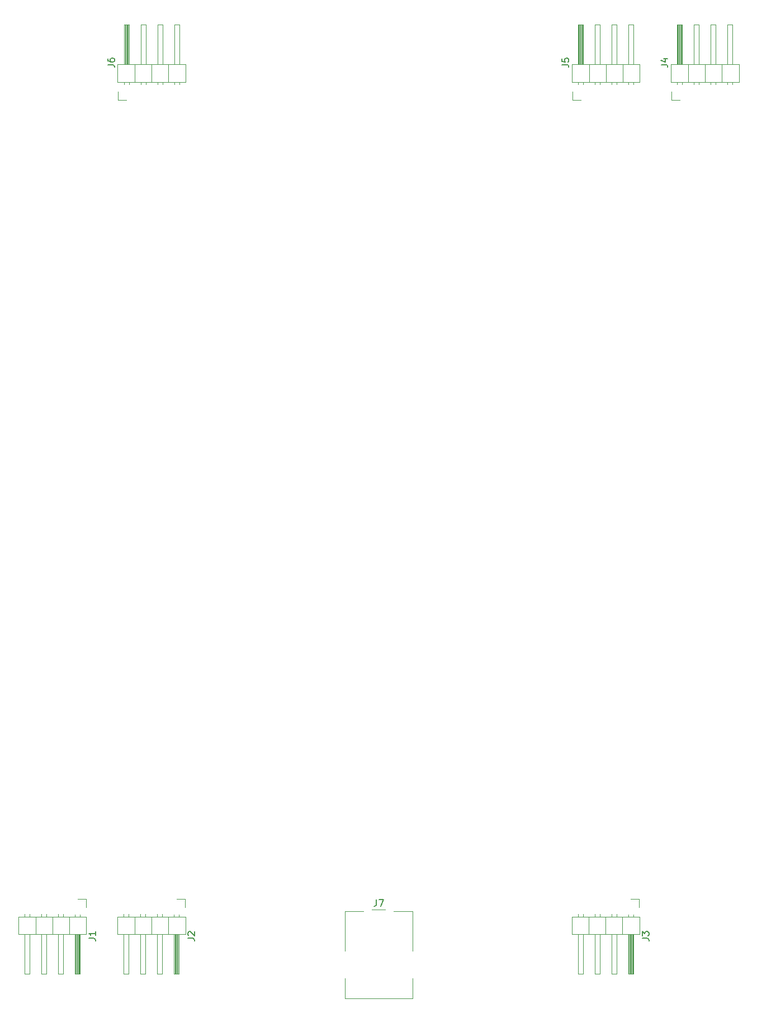
<source format=gto>
%TF.GenerationSoftware,KiCad,Pcbnew,8.0.1*%
%TF.CreationDate,2024-03-21T17:04:44-07:00*%
%TF.ProjectId,fan-controller,66616e2d-636f-46e7-9472-6f6c6c65722e,rev?*%
%TF.SameCoordinates,Original*%
%TF.FileFunction,Legend,Top*%
%TF.FilePolarity,Positive*%
%FSLAX46Y46*%
G04 Gerber Fmt 4.6, Leading zero omitted, Abs format (unit mm)*
G04 Created by KiCad (PCBNEW 8.0.1) date 2024-03-21 17:04:44*
%MOMM*%
%LPD*%
G01*
G04 APERTURE LIST*
%ADD10C,0.150000*%
%ADD11C,0.120000*%
%ADD12R,1.700000X1.700000*%
%ADD13O,1.700000X1.700000*%
%ADD14C,6.400000*%
%ADD15O,2.000000X3.500000*%
%ADD16O,3.300000X2.000000*%
%ADD17R,4.000000X2.000000*%
%ADD18C,1.600000*%
G04 APERTURE END LIST*
D10*
X227784819Y-84148333D02*
X228499104Y-84148333D01*
X228499104Y-84148333D02*
X228641961Y-84195952D01*
X228641961Y-84195952D02*
X228737200Y-84291190D01*
X228737200Y-84291190D02*
X228784819Y-84434047D01*
X228784819Y-84434047D02*
X228784819Y-84529285D01*
X227784819Y-83195952D02*
X227784819Y-83672142D01*
X227784819Y-83672142D02*
X228261009Y-83719761D01*
X228261009Y-83719761D02*
X228213390Y-83672142D01*
X228213390Y-83672142D02*
X228165771Y-83576904D01*
X228165771Y-83576904D02*
X228165771Y-83338809D01*
X228165771Y-83338809D02*
X228213390Y-83243571D01*
X228213390Y-83243571D02*
X228261009Y-83195952D01*
X228261009Y-83195952D02*
X228356247Y-83148333D01*
X228356247Y-83148333D02*
X228594342Y-83148333D01*
X228594342Y-83148333D02*
X228689580Y-83195952D01*
X228689580Y-83195952D02*
X228737200Y-83243571D01*
X228737200Y-83243571D02*
X228784819Y-83338809D01*
X228784819Y-83338809D02*
X228784819Y-83576904D01*
X228784819Y-83576904D02*
X228737200Y-83672142D01*
X228737200Y-83672142D02*
X228689580Y-83719761D01*
X158984819Y-84148333D02*
X159699104Y-84148333D01*
X159699104Y-84148333D02*
X159841961Y-84195952D01*
X159841961Y-84195952D02*
X159937200Y-84291190D01*
X159937200Y-84291190D02*
X159984819Y-84434047D01*
X159984819Y-84434047D02*
X159984819Y-84529285D01*
X158984819Y-83243571D02*
X158984819Y-83434047D01*
X158984819Y-83434047D02*
X159032438Y-83529285D01*
X159032438Y-83529285D02*
X159080057Y-83576904D01*
X159080057Y-83576904D02*
X159222914Y-83672142D01*
X159222914Y-83672142D02*
X159413390Y-83719761D01*
X159413390Y-83719761D02*
X159794342Y-83719761D01*
X159794342Y-83719761D02*
X159889580Y-83672142D01*
X159889580Y-83672142D02*
X159937200Y-83624523D01*
X159937200Y-83624523D02*
X159984819Y-83529285D01*
X159984819Y-83529285D02*
X159984819Y-83338809D01*
X159984819Y-83338809D02*
X159937200Y-83243571D01*
X159937200Y-83243571D02*
X159889580Y-83195952D01*
X159889580Y-83195952D02*
X159794342Y-83148333D01*
X159794342Y-83148333D02*
X159556247Y-83148333D01*
X159556247Y-83148333D02*
X159461009Y-83195952D01*
X159461009Y-83195952D02*
X159413390Y-83243571D01*
X159413390Y-83243571D02*
X159365771Y-83338809D01*
X159365771Y-83338809D02*
X159365771Y-83529285D01*
X159365771Y-83529285D02*
X159413390Y-83624523D01*
X159413390Y-83624523D02*
X159461009Y-83672142D01*
X159461009Y-83672142D02*
X159556247Y-83719761D01*
X199666666Y-210654819D02*
X199666666Y-211369104D01*
X199666666Y-211369104D02*
X199619047Y-211511961D01*
X199619047Y-211511961D02*
X199523809Y-211607200D01*
X199523809Y-211607200D02*
X199380952Y-211654819D01*
X199380952Y-211654819D02*
X199285714Y-211654819D01*
X200047619Y-210654819D02*
X200714285Y-210654819D01*
X200714285Y-210654819D02*
X200285714Y-211654819D01*
X242784819Y-84148333D02*
X243499104Y-84148333D01*
X243499104Y-84148333D02*
X243641961Y-84195952D01*
X243641961Y-84195952D02*
X243737200Y-84291190D01*
X243737200Y-84291190D02*
X243784819Y-84434047D01*
X243784819Y-84434047D02*
X243784819Y-84529285D01*
X243118152Y-83243571D02*
X243784819Y-83243571D01*
X242737200Y-83481666D02*
X243451485Y-83719761D01*
X243451485Y-83719761D02*
X243451485Y-83100714D01*
X156124819Y-216518333D02*
X156839104Y-216518333D01*
X156839104Y-216518333D02*
X156981961Y-216565952D01*
X156981961Y-216565952D02*
X157077200Y-216661190D01*
X157077200Y-216661190D02*
X157124819Y-216804047D01*
X157124819Y-216804047D02*
X157124819Y-216899285D01*
X157124819Y-215518333D02*
X157124819Y-216089761D01*
X157124819Y-215804047D02*
X156124819Y-215804047D01*
X156124819Y-215804047D02*
X156267676Y-215899285D01*
X156267676Y-215899285D02*
X156362914Y-215994523D01*
X156362914Y-215994523D02*
X156410533Y-216089761D01*
X239924819Y-216518333D02*
X240639104Y-216518333D01*
X240639104Y-216518333D02*
X240781961Y-216565952D01*
X240781961Y-216565952D02*
X240877200Y-216661190D01*
X240877200Y-216661190D02*
X240924819Y-216804047D01*
X240924819Y-216804047D02*
X240924819Y-216899285D01*
X239924819Y-216137380D02*
X239924819Y-215518333D01*
X239924819Y-215518333D02*
X240305771Y-215851666D01*
X240305771Y-215851666D02*
X240305771Y-215708809D01*
X240305771Y-215708809D02*
X240353390Y-215613571D01*
X240353390Y-215613571D02*
X240401009Y-215565952D01*
X240401009Y-215565952D02*
X240496247Y-215518333D01*
X240496247Y-215518333D02*
X240734342Y-215518333D01*
X240734342Y-215518333D02*
X240829580Y-215565952D01*
X240829580Y-215565952D02*
X240877200Y-215613571D01*
X240877200Y-215613571D02*
X240924819Y-215708809D01*
X240924819Y-215708809D02*
X240924819Y-215994523D01*
X240924819Y-215994523D02*
X240877200Y-216089761D01*
X240877200Y-216089761D02*
X240829580Y-216137380D01*
X171124819Y-216518333D02*
X171839104Y-216518333D01*
X171839104Y-216518333D02*
X171981961Y-216565952D01*
X171981961Y-216565952D02*
X172077200Y-216661190D01*
X172077200Y-216661190D02*
X172124819Y-216804047D01*
X172124819Y-216804047D02*
X172124819Y-216899285D01*
X171220057Y-216089761D02*
X171172438Y-216042142D01*
X171172438Y-216042142D02*
X171124819Y-215946904D01*
X171124819Y-215946904D02*
X171124819Y-215708809D01*
X171124819Y-215708809D02*
X171172438Y-215613571D01*
X171172438Y-215613571D02*
X171220057Y-215565952D01*
X171220057Y-215565952D02*
X171315295Y-215518333D01*
X171315295Y-215518333D02*
X171410533Y-215518333D01*
X171410533Y-215518333D02*
X171553390Y-215565952D01*
X171553390Y-215565952D02*
X172124819Y-216137380D01*
X172124819Y-216137380D02*
X172124819Y-215518333D01*
D11*
%TO.C,J5*%
X229270000Y-84100000D02*
X229270000Y-86760000D01*
X229270000Y-86760000D02*
X239550000Y-86760000D01*
X229330000Y-89470000D02*
X229330000Y-88200000D01*
X230220000Y-78100000D02*
X230980000Y-78100000D01*
X230220000Y-84100000D02*
X230220000Y-78100000D01*
X230220000Y-87090000D02*
X230220000Y-86760000D01*
X230280000Y-84100000D02*
X230280000Y-78100000D01*
X230400000Y-84100000D02*
X230400000Y-78100000D01*
X230520000Y-84100000D02*
X230520000Y-78100000D01*
X230600000Y-89470000D02*
X229330000Y-89470000D01*
X230640000Y-84100000D02*
X230640000Y-78100000D01*
X230760000Y-84100000D02*
X230760000Y-78100000D01*
X230880000Y-84100000D02*
X230880000Y-78100000D01*
X230980000Y-78100000D02*
X230980000Y-84100000D01*
X230980000Y-87090000D02*
X230980000Y-86760000D01*
X231870000Y-86760000D02*
X231870000Y-84100000D01*
X232760000Y-78100000D02*
X233520000Y-78100000D01*
X232760000Y-84100000D02*
X232760000Y-78100000D01*
X232760000Y-87157071D02*
X232760000Y-86760000D01*
X233520000Y-78100000D02*
X233520000Y-84100000D01*
X233520000Y-87157071D02*
X233520000Y-86760000D01*
X234410000Y-86760000D02*
X234410000Y-84100000D01*
X235300000Y-78100000D02*
X236060000Y-78100000D01*
X235300000Y-84100000D02*
X235300000Y-78100000D01*
X235300000Y-87157071D02*
X235300000Y-86760000D01*
X236060000Y-78100000D02*
X236060000Y-84100000D01*
X236060000Y-87157071D02*
X236060000Y-86760000D01*
X236950000Y-86760000D02*
X236950000Y-84100000D01*
X237840000Y-78100000D02*
X238600000Y-78100000D01*
X237840000Y-84100000D02*
X237840000Y-78100000D01*
X237840000Y-87157071D02*
X237840000Y-86760000D01*
X238600000Y-78100000D02*
X238600000Y-84100000D01*
X238600000Y-87157071D02*
X238600000Y-86760000D01*
X239550000Y-84100000D02*
X229270000Y-84100000D01*
X239550000Y-86760000D02*
X239550000Y-84100000D01*
%TO.C,J6*%
X160470000Y-84100000D02*
X160470000Y-86760000D01*
X160470000Y-86760000D02*
X170750000Y-86760000D01*
X160530000Y-89470000D02*
X160530000Y-88200000D01*
X161420000Y-78100000D02*
X162180000Y-78100000D01*
X161420000Y-84100000D02*
X161420000Y-78100000D01*
X161420000Y-87090000D02*
X161420000Y-86760000D01*
X161480000Y-84100000D02*
X161480000Y-78100000D01*
X161600000Y-84100000D02*
X161600000Y-78100000D01*
X161720000Y-84100000D02*
X161720000Y-78100000D01*
X161800000Y-89470000D02*
X160530000Y-89470000D01*
X161840000Y-84100000D02*
X161840000Y-78100000D01*
X161960000Y-84100000D02*
X161960000Y-78100000D01*
X162080000Y-84100000D02*
X162080000Y-78100000D01*
X162180000Y-78100000D02*
X162180000Y-84100000D01*
X162180000Y-87090000D02*
X162180000Y-86760000D01*
X163070000Y-86760000D02*
X163070000Y-84100000D01*
X163960000Y-78100000D02*
X164720000Y-78100000D01*
X163960000Y-84100000D02*
X163960000Y-78100000D01*
X163960000Y-87157071D02*
X163960000Y-86760000D01*
X164720000Y-78100000D02*
X164720000Y-84100000D01*
X164720000Y-87157071D02*
X164720000Y-86760000D01*
X165610000Y-86760000D02*
X165610000Y-84100000D01*
X166500000Y-78100000D02*
X167260000Y-78100000D01*
X166500000Y-84100000D02*
X166500000Y-78100000D01*
X166500000Y-87157071D02*
X166500000Y-86760000D01*
X167260000Y-78100000D02*
X167260000Y-84100000D01*
X167260000Y-87157071D02*
X167260000Y-86760000D01*
X168150000Y-86760000D02*
X168150000Y-84100000D01*
X169040000Y-78100000D02*
X169800000Y-78100000D01*
X169040000Y-84100000D02*
X169040000Y-78100000D01*
X169040000Y-87157071D02*
X169040000Y-86760000D01*
X169800000Y-78100000D02*
X169800000Y-84100000D01*
X169800000Y-87157071D02*
X169800000Y-86760000D01*
X170750000Y-84100000D02*
X160470000Y-84100000D01*
X170750000Y-86760000D02*
X170750000Y-84100000D01*
%TO.C,J7*%
X205110000Y-225610000D02*
X194890000Y-225610000D01*
X205110000Y-222550000D02*
X205110000Y-225610000D01*
X205110000Y-212390000D02*
X205110000Y-218450000D01*
X202300000Y-212390000D02*
X205110000Y-212390000D01*
X199000000Y-212200000D02*
X201000000Y-212200000D01*
X194890000Y-225610000D02*
X194890000Y-222550000D01*
X194890000Y-218450000D02*
X194890000Y-212390000D01*
X194890000Y-212390000D02*
X197700000Y-212390000D01*
%TO.C,J4*%
X244270000Y-84100000D02*
X244270000Y-86760000D01*
X244270000Y-86760000D02*
X254550000Y-86760000D01*
X244330000Y-89470000D02*
X244330000Y-88200000D01*
X245220000Y-78100000D02*
X245980000Y-78100000D01*
X245220000Y-84100000D02*
X245220000Y-78100000D01*
X245220000Y-87090000D02*
X245220000Y-86760000D01*
X245280000Y-84100000D02*
X245280000Y-78100000D01*
X245400000Y-84100000D02*
X245400000Y-78100000D01*
X245520000Y-84100000D02*
X245520000Y-78100000D01*
X245600000Y-89470000D02*
X244330000Y-89470000D01*
X245640000Y-84100000D02*
X245640000Y-78100000D01*
X245760000Y-84100000D02*
X245760000Y-78100000D01*
X245880000Y-84100000D02*
X245880000Y-78100000D01*
X245980000Y-78100000D02*
X245980000Y-84100000D01*
X245980000Y-87090000D02*
X245980000Y-86760000D01*
X246870000Y-86760000D02*
X246870000Y-84100000D01*
X247760000Y-78100000D02*
X248520000Y-78100000D01*
X247760000Y-84100000D02*
X247760000Y-78100000D01*
X247760000Y-87157071D02*
X247760000Y-86760000D01*
X248520000Y-78100000D02*
X248520000Y-84100000D01*
X248520000Y-87157071D02*
X248520000Y-86760000D01*
X249410000Y-86760000D02*
X249410000Y-84100000D01*
X250300000Y-78100000D02*
X251060000Y-78100000D01*
X250300000Y-84100000D02*
X250300000Y-78100000D01*
X250300000Y-87157071D02*
X250300000Y-86760000D01*
X251060000Y-78100000D02*
X251060000Y-84100000D01*
X251060000Y-87157071D02*
X251060000Y-86760000D01*
X251950000Y-86760000D02*
X251950000Y-84100000D01*
X252840000Y-78100000D02*
X253600000Y-78100000D01*
X252840000Y-84100000D02*
X252840000Y-78100000D01*
X252840000Y-87157071D02*
X252840000Y-86760000D01*
X253600000Y-78100000D02*
X253600000Y-84100000D01*
X253600000Y-87157071D02*
X253600000Y-86760000D01*
X254550000Y-84100000D02*
X244270000Y-84100000D01*
X254550000Y-86760000D02*
X254550000Y-84100000D01*
%TO.C,J1*%
X145450000Y-213240000D02*
X145450000Y-215900000D01*
X145450000Y-215900000D02*
X155730000Y-215900000D01*
X146400000Y-212842929D02*
X146400000Y-213240000D01*
X146400000Y-221900000D02*
X146400000Y-215900000D01*
X147160000Y-212842929D02*
X147160000Y-213240000D01*
X147160000Y-215900000D02*
X147160000Y-221900000D01*
X147160000Y-221900000D02*
X146400000Y-221900000D01*
X148050000Y-213240000D02*
X148050000Y-215900000D01*
X148940000Y-212842929D02*
X148940000Y-213240000D01*
X148940000Y-221900000D02*
X148940000Y-215900000D01*
X149700000Y-212842929D02*
X149700000Y-213240000D01*
X149700000Y-215900000D02*
X149700000Y-221900000D01*
X149700000Y-221900000D02*
X148940000Y-221900000D01*
X150590000Y-213240000D02*
X150590000Y-215900000D01*
X151480000Y-212842929D02*
X151480000Y-213240000D01*
X151480000Y-221900000D02*
X151480000Y-215900000D01*
X152240000Y-212842929D02*
X152240000Y-213240000D01*
X152240000Y-215900000D02*
X152240000Y-221900000D01*
X152240000Y-221900000D02*
X151480000Y-221900000D01*
X153130000Y-213240000D02*
X153130000Y-215900000D01*
X154020000Y-212910000D02*
X154020000Y-213240000D01*
X154020000Y-221900000D02*
X154020000Y-215900000D01*
X154120000Y-215900000D02*
X154120000Y-221900000D01*
X154240000Y-215900000D02*
X154240000Y-221900000D01*
X154360000Y-215900000D02*
X154360000Y-221900000D01*
X154400000Y-210530000D02*
X155670000Y-210530000D01*
X154480000Y-215900000D02*
X154480000Y-221900000D01*
X154600000Y-215900000D02*
X154600000Y-221900000D01*
X154720000Y-215900000D02*
X154720000Y-221900000D01*
X154780000Y-212910000D02*
X154780000Y-213240000D01*
X154780000Y-215900000D02*
X154780000Y-221900000D01*
X154780000Y-221900000D02*
X154020000Y-221900000D01*
X155670000Y-210530000D02*
X155670000Y-211800000D01*
X155730000Y-213240000D02*
X145450000Y-213240000D01*
X155730000Y-215900000D02*
X155730000Y-213240000D01*
%TO.C,J3*%
X229250000Y-213240000D02*
X229250000Y-215900000D01*
X229250000Y-215900000D02*
X239530000Y-215900000D01*
X230200000Y-212842929D02*
X230200000Y-213240000D01*
X230200000Y-221900000D02*
X230200000Y-215900000D01*
X230960000Y-212842929D02*
X230960000Y-213240000D01*
X230960000Y-215900000D02*
X230960000Y-221900000D01*
X230960000Y-221900000D02*
X230200000Y-221900000D01*
X231850000Y-213240000D02*
X231850000Y-215900000D01*
X232740000Y-212842929D02*
X232740000Y-213240000D01*
X232740000Y-221900000D02*
X232740000Y-215900000D01*
X233500000Y-212842929D02*
X233500000Y-213240000D01*
X233500000Y-215900000D02*
X233500000Y-221900000D01*
X233500000Y-221900000D02*
X232740000Y-221900000D01*
X234390000Y-213240000D02*
X234390000Y-215900000D01*
X235280000Y-212842929D02*
X235280000Y-213240000D01*
X235280000Y-221900000D02*
X235280000Y-215900000D01*
X236040000Y-212842929D02*
X236040000Y-213240000D01*
X236040000Y-215900000D02*
X236040000Y-221900000D01*
X236040000Y-221900000D02*
X235280000Y-221900000D01*
X236930000Y-213240000D02*
X236930000Y-215900000D01*
X237820000Y-212910000D02*
X237820000Y-213240000D01*
X237820000Y-221900000D02*
X237820000Y-215900000D01*
X237920000Y-215900000D02*
X237920000Y-221900000D01*
X238040000Y-215900000D02*
X238040000Y-221900000D01*
X238160000Y-215900000D02*
X238160000Y-221900000D01*
X238200000Y-210530000D02*
X239470000Y-210530000D01*
X238280000Y-215900000D02*
X238280000Y-221900000D01*
X238400000Y-215900000D02*
X238400000Y-221900000D01*
X238520000Y-215900000D02*
X238520000Y-221900000D01*
X238580000Y-212910000D02*
X238580000Y-213240000D01*
X238580000Y-215900000D02*
X238580000Y-221900000D01*
X238580000Y-221900000D02*
X237820000Y-221900000D01*
X239470000Y-210530000D02*
X239470000Y-211800000D01*
X239530000Y-213240000D02*
X229250000Y-213240000D01*
X239530000Y-215900000D02*
X239530000Y-213240000D01*
%TO.C,J2*%
X160450000Y-213240000D02*
X160450000Y-215900000D01*
X160450000Y-215900000D02*
X170730000Y-215900000D01*
X161400000Y-212842929D02*
X161400000Y-213240000D01*
X161400000Y-221900000D02*
X161400000Y-215900000D01*
X162160000Y-212842929D02*
X162160000Y-213240000D01*
X162160000Y-215900000D02*
X162160000Y-221900000D01*
X162160000Y-221900000D02*
X161400000Y-221900000D01*
X163050000Y-213240000D02*
X163050000Y-215900000D01*
X163940000Y-212842929D02*
X163940000Y-213240000D01*
X163940000Y-221900000D02*
X163940000Y-215900000D01*
X164700000Y-212842929D02*
X164700000Y-213240000D01*
X164700000Y-215900000D02*
X164700000Y-221900000D01*
X164700000Y-221900000D02*
X163940000Y-221900000D01*
X165590000Y-213240000D02*
X165590000Y-215900000D01*
X166480000Y-212842929D02*
X166480000Y-213240000D01*
X166480000Y-221900000D02*
X166480000Y-215900000D01*
X167240000Y-212842929D02*
X167240000Y-213240000D01*
X167240000Y-215900000D02*
X167240000Y-221900000D01*
X167240000Y-221900000D02*
X166480000Y-221900000D01*
X168130000Y-213240000D02*
X168130000Y-215900000D01*
X169020000Y-212910000D02*
X169020000Y-213240000D01*
X169020000Y-221900000D02*
X169020000Y-215900000D01*
X169120000Y-215900000D02*
X169120000Y-221900000D01*
X169240000Y-215900000D02*
X169240000Y-221900000D01*
X169360000Y-215900000D02*
X169360000Y-221900000D01*
X169400000Y-210530000D02*
X170670000Y-210530000D01*
X169480000Y-215900000D02*
X169480000Y-221900000D01*
X169600000Y-215900000D02*
X169600000Y-221900000D01*
X169720000Y-215900000D02*
X169720000Y-221900000D01*
X169780000Y-212910000D02*
X169780000Y-213240000D01*
X169780000Y-215900000D02*
X169780000Y-221900000D01*
X169780000Y-221900000D02*
X169020000Y-221900000D01*
X170670000Y-210530000D02*
X170670000Y-211800000D01*
X170730000Y-213240000D02*
X160450000Y-213240000D01*
X170730000Y-215900000D02*
X170730000Y-213240000D01*
%TD*%
%LPC*%
D12*
%TO.C,J5*%
X230600000Y-88200000D03*
D13*
X233140000Y-88200000D03*
X235680000Y-88200000D03*
X238220000Y-88200000D03*
%TD*%
D12*
%TO.C,J6*%
X161800000Y-88200000D03*
D13*
X164340000Y-88200000D03*
X166880000Y-88200000D03*
X169420000Y-88200000D03*
%TD*%
D14*
%TO.C,H1*%
X132500000Y-82500000D03*
%TD*%
D15*
%TO.C,J7*%
X204500000Y-220500000D03*
X195500000Y-220500000D03*
D16*
X200000000Y-219500000D03*
D17*
X200000000Y-213500000D03*
D18*
X200000000Y-222500000D03*
%TD*%
D14*
%TO.C,H3*%
X132500000Y-217500000D03*
%TD*%
D12*
%TO.C,J4*%
X245600000Y-88200000D03*
D13*
X248140000Y-88200000D03*
X250680000Y-88200000D03*
X253220000Y-88200000D03*
%TD*%
D14*
%TO.C,H2*%
X267500000Y-82500000D03*
%TD*%
D12*
%TO.C,J1*%
X154400000Y-211800000D03*
D13*
X151860000Y-211800000D03*
X149320000Y-211800000D03*
X146780000Y-211800000D03*
%TD*%
D12*
%TO.C,J3*%
X238200000Y-211800000D03*
D13*
X235660000Y-211800000D03*
X233120000Y-211800000D03*
X230580000Y-211800000D03*
%TD*%
D14*
%TO.C,H4*%
X267500000Y-217500000D03*
%TD*%
D12*
%TO.C,J2*%
X169400000Y-211800000D03*
D13*
X166860000Y-211800000D03*
X164320000Y-211800000D03*
X161780000Y-211800000D03*
%TD*%
%LPD*%
M02*

</source>
